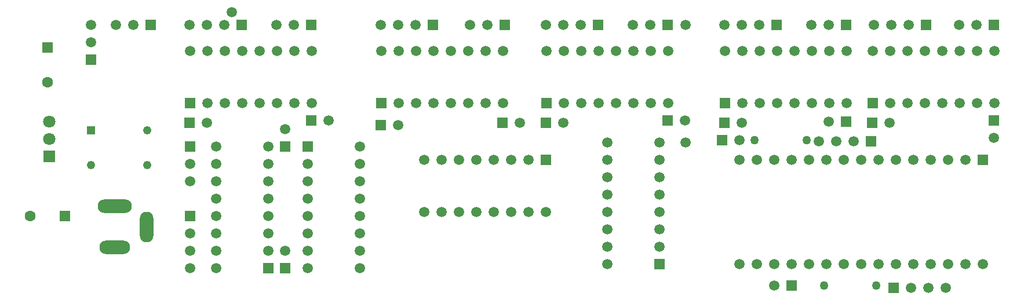
<source format=gbr>
G04 DipTrace Beta 3.9.0.1*
G04 Top.gbr*
%MOMM*%
G04 #@! TF.FileFunction,Copper,L1,Top*
G04 #@! TF.Part,Single*
%AMOUTLINE0*
4,1,4,
-0.74993,0.75007,
0.75007,0.74993,
0.74993,-0.75007,
-0.75007,-0.74993,
-0.74993,0.75007,
0*%
G04 #@! TA.AperFunction,ComponentPad*
%ADD15R,1.5X1.5*%
%ADD16C,1.5*%
%ADD17O,5.0X2.0*%
%ADD18O,4.5X2.0*%
%ADD19O,2.0X4.5*%
%ADD21R,1.23X1.23*%
%ADD22C,1.23*%
%ADD23C,1.6*%
%ADD24R,1.6X1.6*%
%ADD25R,1.8X1.8*%
%ADD26C,1.8*%
%ADD27C,1.27*%
%ADD28C,1.27*%
%ADD29C,1.5*%
%ADD63OUTLINE0*%
%FSLAX35Y35*%
G04*
G71*
G90*
G75*
G01*
G04 Top*
%LPD*%
D15*
X-4512685Y3317935D3*
D16*
X-4258685D3*
X-4004685D3*
X-3750685D3*
X-3496685D3*
X-3242685D3*
X-2988685D3*
X-2734685D3*
Y4079935D3*
X-2988685D3*
X-3242685D3*
X-3496685D3*
X-3750685D3*
X-4004685D3*
X-4258685D3*
X-4512685D3*
D15*
X-3369692Y904938D3*
D16*
Y1158938D3*
Y1412938D3*
Y1666938D3*
Y1920938D3*
Y2174938D3*
Y2428938D3*
Y2682938D3*
X-4131692D3*
Y2428938D3*
Y2174938D3*
Y1920938D3*
Y1666938D3*
Y1412938D3*
Y1158938D3*
Y904938D3*
D15*
X-1718688Y3317935D3*
D16*
X-1464688D3*
X-1210688D3*
X-956688D3*
X-702688D3*
X-448688D3*
X-194688D3*
X59312D3*
Y4079935D3*
X-194688D3*
X-448688D3*
X-702688D3*
X-956688D3*
X-1210688D3*
X-1464688D3*
X-1718688D3*
D15*
X3297808Y3317935D3*
D16*
X3551808D3*
X3805808D3*
X4059808D3*
X4313808D3*
X4567808D3*
X4821808D3*
X5075808D3*
Y4079935D3*
X4821808D3*
X4567808D3*
X4313808D3*
X4059808D3*
X3805808D3*
X3551808D3*
X3297808D3*
D15*
X694312Y3317935D3*
D16*
X948312D3*
X1202312D3*
X1456312D3*
X1710312D3*
X1964312D3*
X2218312D3*
X2472312D3*
Y4079935D3*
X2218312D3*
X1964312D3*
X1710312D3*
X1456312D3*
X1202312D3*
X948312D3*
X694312D3*
D15*
X5456812Y3317935D3*
D16*
X5710812D3*
X5964812D3*
X6218812D3*
X6472812D3*
X6726812D3*
X6980812D3*
X7234812D3*
Y4079935D3*
X6980812D3*
X6726812D3*
X6472812D3*
X6218812D3*
X5964812D3*
X5710812D3*
X5456812D3*
D15*
X2345268Y968418D3*
D16*
Y1222418D3*
Y1476418D3*
Y1730418D3*
Y1984418D3*
Y2238418D3*
Y2492418D3*
Y2746418D3*
X1583268D3*
Y2492418D3*
Y2238418D3*
Y1984418D3*
Y1730418D3*
Y1476418D3*
Y1222418D3*
Y968418D3*
D63*
X683312Y2492936D3*
D16*
X429312Y2492958D3*
X175312Y2492981D3*
X-78688Y2493004D3*
X-332688Y2493026D3*
X-586688Y2493049D3*
X-840688Y2493072D3*
X-1094688Y2493094D3*
X-1094756Y1731094D3*
X-840756Y1731072D3*
X-586756Y1731049D3*
X-332756Y1731026D3*
X-78756Y1731004D3*
X175244Y1730981D3*
X429244Y1730958D3*
X683244Y1730936D3*
D15*
X5064808Y4461435D3*
D16*
X4810808D3*
X4556808D3*
D15*
X-2798188Y2682938D3*
D16*
Y2428938D3*
Y2174938D3*
Y1920938D3*
Y1666938D3*
Y1412938D3*
Y1158938D3*
Y904938D3*
X-2036188D3*
Y1158938D3*
Y1412938D3*
Y1666938D3*
Y1920938D3*
Y2174938D3*
Y2428938D3*
Y2682938D3*
D15*
X6239562Y4461435D3*
D16*
X5985562D3*
X5731562D3*
X5477562D3*
D15*
X2461312D3*
D16*
X2207312D3*
X1953312D3*
D15*
X80062D3*
D16*
X-173938D3*
X-427938D3*
D15*
X7223812D3*
D16*
X6969812D3*
X6715812D3*
D15*
X-4512692Y2682935D3*
D16*
Y2428935D3*
Y2174935D3*
D15*
X-3761688Y4461435D3*
D16*
X-4015688D3*
X-4269688D3*
X-4523688D3*
D15*
X1445315D3*
D16*
X1191315D3*
X937315D3*
X683315D3*
D15*
X-2745692D3*
D16*
X-2999692D3*
X-3253692D3*
D15*
X-967685D3*
D16*
X-1221685D3*
X-1475685D3*
X-1729685D3*
D15*
X-4512692Y1666935D3*
D16*
Y1412935D3*
Y1158935D3*
Y904935D3*
D15*
X4048812Y4461435D3*
D16*
X3794812D3*
X3540812D3*
X3286812D3*
D15*
X3255065Y2778688D3*
D16*
X3509065D3*
D15*
X4271058Y651435D3*
D16*
X4017058D3*
D15*
X7065062Y2492938D3*
D16*
X6811062D3*
X6557062D3*
X6303062D3*
X6049062D3*
X5795062D3*
X5541062D3*
X5287062D3*
X5033062D3*
X4779062D3*
X4525062D3*
X4271062D3*
X4017062D3*
X3763062D3*
X3509062D3*
Y968938D3*
X3763062D3*
X4017062D3*
X4271062D3*
X4525062D3*
X4779062D3*
X5033062D3*
X5287062D3*
X5541062D3*
X5795062D3*
X6049062D3*
X6303062D3*
X6557062D3*
X6811062D3*
X7065062D3*
D17*
X-5619065Y1810315D3*
D18*
Y1210315D3*
D19*
X-5149065Y1510315D3*
D21*
X-5968305Y2921572D3*
D22*
Y2411572D3*
X-5143305D3*
Y2921572D3*
D23*
X-6857312Y1667438D3*
D24*
X-6349312D3*
D23*
X-6603281Y3620075D3*
D24*
X-6603337Y4128075D3*
D25*
X-6571568Y2540562D3*
D26*
Y3048562D3*
Y2794562D3*
D15*
X5445808Y3032685D3*
D16*
X5699808D3*
D15*
X7223808Y3064435D3*
D16*
Y2810435D3*
D15*
X3286815Y3032685D3*
D16*
X3540815D3*
D15*
X5064808Y3048565D3*
D16*
X4810808D3*
D15*
X683308Y3032685D3*
D16*
X937308D3*
D15*
X2461315Y3064435D3*
D16*
X2715315D3*
D15*
X-1729688Y3000935D3*
D16*
X-1475688D3*
D15*
X48308Y3032685D3*
D16*
X302308D3*
D15*
X-4523688D3*
D16*
X-4269688D3*
D15*
X-2745688Y3064435D3*
D16*
X-2491688D3*
D15*
X-3126692Y905438D3*
D16*
Y1159438D3*
D15*
Y2683438D3*
D16*
Y2937438D3*
D15*
X-5968318Y3953438D3*
D16*
Y4207438D3*
Y4461438D3*
D15*
X-5095185Y4461432D3*
D16*
X-5349185D3*
X-5603185D3*
D15*
X5429938Y2762812D3*
D16*
X5175938D3*
X4921938D3*
X4667938D3*
D27*
X5509312Y651432D3*
D28*
X4747312D3*
D27*
X4493308Y2778688D3*
D28*
X3731308D3*
D15*
X5763312Y619685D3*
D16*
X6017312D3*
X6271312D3*
X6525312D3*
D29*
X2726315Y2746438D3*
Y4460935D3*
X-3904562Y4651935D3*
M02*

</source>
